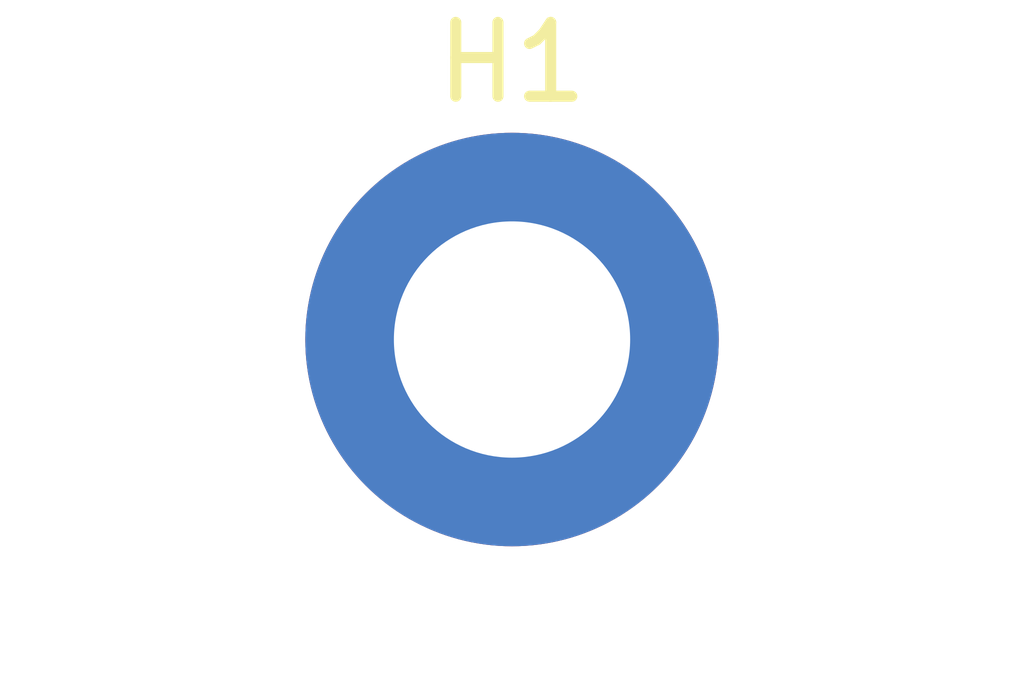
<source format=kicad_pcb>
(kicad_pcb (version 20241229) (generator "pcbnew") (generator_version "9.0")
  (layers (0 "F.Cu" signal) (2 "B.Cu" signal) (13 "F.Paste" user) (15 "B.Paste" user) (5 "F.SilkS" user "F.Silkscreen") (7 "B.SilkS" user "B.Silkscreen") (1 "F.Mask" user) (3 "B.Mask" user) (25 "Edge.Cuts" user))
  (net 0 "")
  (footprint "MountingHole:MountingHole_3.2mm_M3_DIN965_Pad_TopBottom" (layer "F.Cu") (at 143.9 102.6)
    (property "Reference" "H1" (at 0 -3.75 0) (layer "F.SilkS"))
    (property "Value" "MountingHole_Pad")
    (pad "1" thru_hole circle (at 0 0) (size 3.6 3.6) (drill 3.2) (layers "*.Cu" "*.Mask"))
    (pad "1" connect circle (at 0 0) (size 5.6 5.6) (layers "F.Cu" "F.Mask"))
    (pad "1" connect circle (at 0 0) (size 5.6 5.6) (layers "B.Cu" "B.Mask"))
  )
)
</source>
